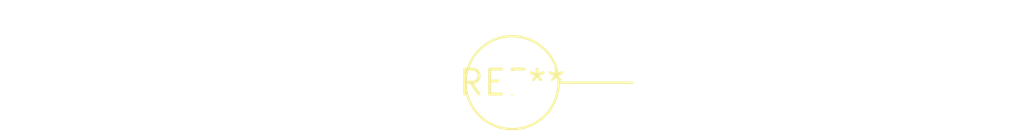
<source format=kicad_pcb>
(kicad_pcb (version 20240108) (generator pcbnew)
  (layers (0 "F.Cu" signal) (31 "B.Cu" signal) (34 "B.Paste" user) (35 "F.Paste" user) (36 "B.SilkS" user "B.Silkscreen") (37 "F.SilkS" user "F.Silkscreen") (38 "B.Mask" user) (39 "F.Mask" user) (44 "Edge.Cuts" user))
  (net 0 "")
  (footprint "R_Axial_DIN0414_L11.9mm_D4.5mm_P7.62mm_Vertical" (layer "F.Cu") (at 0 0)
    (property "Reference" "REF**")
    (property "Value" "R_Axial_DIN0414_L11.9mm_D4.5mm_P7.62mm_Vertical")
    (fp_line (start 2.37 0) (end 6.12 0) (layer "F.SilkS") (stroke (width 0.12)))
    (fp_circle (center 0 0) (end 2.37 0) (layer "F.SilkS") (stroke (width 0.12)) (fill none))
    (pad "1" thru_hole circle (at 0 0) (size 2.4 2.4) (drill 1.2) (layers *.Cu *.Mask) (remove_unused_layers))
    (pad "2" thru_hole oval (at 7.62 0) (size 2.4 2.4) (drill 1.2) (layers *.Cu *.Mask) (remove_unused_layers))
  )
)
</source>
